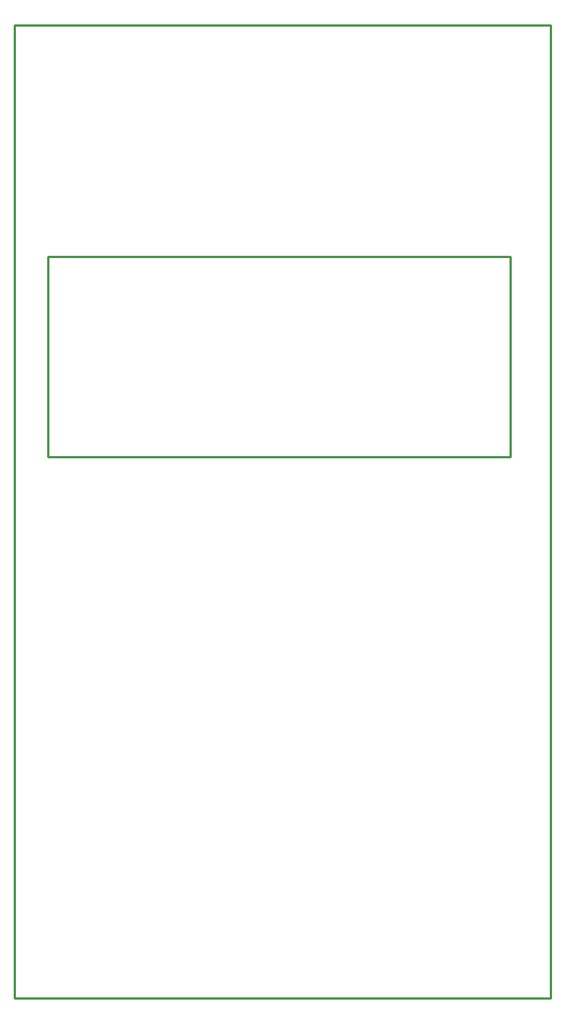
<source format=gko>
G04 Layer: BoardOutlineLayer*
G04 EasyEDA v6.5.29, 2023-07-18 10:32:44*
G04 f0145a9d3cf84adf84608df9e98d150b,5a6b42c53f6a479593ecc07194224c93,10*
G04 Gerber Generator version 0.2*
G04 Scale: 100 percent, Rotated: No, Reflected: No *
G04 Dimensions in millimeters *
G04 leading zeros omitted , absolute positions ,4 integer and 5 decimal *
%FSLAX45Y45*%
%MOMM*%

%ADD10C,0.2540*%
D10*
X127000Y11633200D02*
G01*
X6096000Y11633200D01*
X6096000Y812800D01*
X127000Y812800D01*
X127000Y11633200D01*
X498904Y9060705D02*
G01*
X498904Y6838205D01*
X498904Y6838205D02*
G01*
X5642404Y6838205D01*
X5642404Y6838205D02*
G01*
X5642404Y9060705D01*
X5642404Y9060705D02*
G01*
X498904Y9060705D01*

%LPD*%
M02*

</source>
